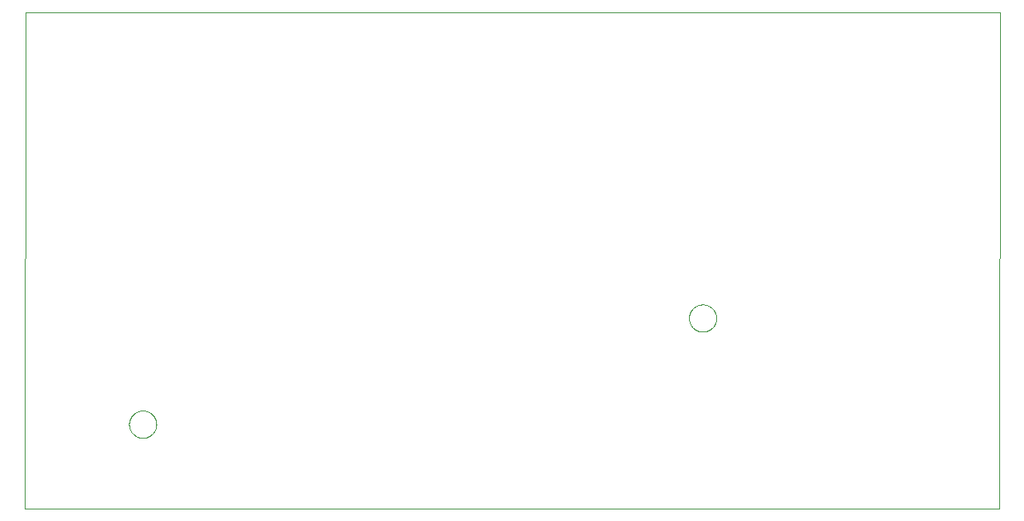
<source format=gko>
G75*
%MOIN*%
%OFA0B0*%
%FSLAX25Y25*%
%IPPOS*%
%LPD*%
%AMOC8*
5,1,8,0,0,1.08239X$1,22.5*
%
%ADD10C,0.00000*%
D10*
X0001000Y0021728D02*
X0001400Y0222489D01*
X0395101Y0222489D01*
X0394701Y0021728D01*
X0001000Y0021728D01*
X0043288Y0055828D02*
X0043290Y0055976D01*
X0043296Y0056124D01*
X0043306Y0056272D01*
X0043320Y0056419D01*
X0043338Y0056566D01*
X0043359Y0056712D01*
X0043385Y0056858D01*
X0043415Y0057003D01*
X0043448Y0057147D01*
X0043486Y0057290D01*
X0043527Y0057432D01*
X0043572Y0057573D01*
X0043620Y0057713D01*
X0043673Y0057852D01*
X0043729Y0057989D01*
X0043789Y0058124D01*
X0043852Y0058258D01*
X0043919Y0058390D01*
X0043990Y0058520D01*
X0044064Y0058648D01*
X0044141Y0058774D01*
X0044222Y0058898D01*
X0044306Y0059020D01*
X0044393Y0059139D01*
X0044484Y0059256D01*
X0044578Y0059371D01*
X0044674Y0059483D01*
X0044774Y0059593D01*
X0044876Y0059699D01*
X0044982Y0059803D01*
X0045090Y0059904D01*
X0045201Y0060002D01*
X0045314Y0060098D01*
X0045430Y0060190D01*
X0045548Y0060279D01*
X0045669Y0060364D01*
X0045792Y0060447D01*
X0045917Y0060526D01*
X0046044Y0060602D01*
X0046173Y0060674D01*
X0046304Y0060743D01*
X0046437Y0060808D01*
X0046572Y0060869D01*
X0046708Y0060927D01*
X0046845Y0060982D01*
X0046984Y0061032D01*
X0047125Y0061079D01*
X0047266Y0061122D01*
X0047409Y0061162D01*
X0047553Y0061197D01*
X0047697Y0061229D01*
X0047843Y0061256D01*
X0047989Y0061280D01*
X0048136Y0061300D01*
X0048283Y0061316D01*
X0048430Y0061328D01*
X0048578Y0061336D01*
X0048726Y0061340D01*
X0048874Y0061340D01*
X0049022Y0061336D01*
X0049170Y0061328D01*
X0049317Y0061316D01*
X0049464Y0061300D01*
X0049611Y0061280D01*
X0049757Y0061256D01*
X0049903Y0061229D01*
X0050047Y0061197D01*
X0050191Y0061162D01*
X0050334Y0061122D01*
X0050475Y0061079D01*
X0050616Y0061032D01*
X0050755Y0060982D01*
X0050892Y0060927D01*
X0051028Y0060869D01*
X0051163Y0060808D01*
X0051296Y0060743D01*
X0051427Y0060674D01*
X0051556Y0060602D01*
X0051683Y0060526D01*
X0051808Y0060447D01*
X0051931Y0060364D01*
X0052052Y0060279D01*
X0052170Y0060190D01*
X0052286Y0060098D01*
X0052399Y0060002D01*
X0052510Y0059904D01*
X0052618Y0059803D01*
X0052724Y0059699D01*
X0052826Y0059593D01*
X0052926Y0059483D01*
X0053022Y0059371D01*
X0053116Y0059256D01*
X0053207Y0059139D01*
X0053294Y0059020D01*
X0053378Y0058898D01*
X0053459Y0058774D01*
X0053536Y0058648D01*
X0053610Y0058520D01*
X0053681Y0058390D01*
X0053748Y0058258D01*
X0053811Y0058124D01*
X0053871Y0057989D01*
X0053927Y0057852D01*
X0053980Y0057713D01*
X0054028Y0057573D01*
X0054073Y0057432D01*
X0054114Y0057290D01*
X0054152Y0057147D01*
X0054185Y0057003D01*
X0054215Y0056858D01*
X0054241Y0056712D01*
X0054262Y0056566D01*
X0054280Y0056419D01*
X0054294Y0056272D01*
X0054304Y0056124D01*
X0054310Y0055976D01*
X0054312Y0055828D01*
X0054310Y0055680D01*
X0054304Y0055532D01*
X0054294Y0055384D01*
X0054280Y0055237D01*
X0054262Y0055090D01*
X0054241Y0054944D01*
X0054215Y0054798D01*
X0054185Y0054653D01*
X0054152Y0054509D01*
X0054114Y0054366D01*
X0054073Y0054224D01*
X0054028Y0054083D01*
X0053980Y0053943D01*
X0053927Y0053804D01*
X0053871Y0053667D01*
X0053811Y0053532D01*
X0053748Y0053398D01*
X0053681Y0053266D01*
X0053610Y0053136D01*
X0053536Y0053008D01*
X0053459Y0052882D01*
X0053378Y0052758D01*
X0053294Y0052636D01*
X0053207Y0052517D01*
X0053116Y0052400D01*
X0053022Y0052285D01*
X0052926Y0052173D01*
X0052826Y0052063D01*
X0052724Y0051957D01*
X0052618Y0051853D01*
X0052510Y0051752D01*
X0052399Y0051654D01*
X0052286Y0051558D01*
X0052170Y0051466D01*
X0052052Y0051377D01*
X0051931Y0051292D01*
X0051808Y0051209D01*
X0051683Y0051130D01*
X0051556Y0051054D01*
X0051427Y0050982D01*
X0051296Y0050913D01*
X0051163Y0050848D01*
X0051028Y0050787D01*
X0050892Y0050729D01*
X0050755Y0050674D01*
X0050616Y0050624D01*
X0050475Y0050577D01*
X0050334Y0050534D01*
X0050191Y0050494D01*
X0050047Y0050459D01*
X0049903Y0050427D01*
X0049757Y0050400D01*
X0049611Y0050376D01*
X0049464Y0050356D01*
X0049317Y0050340D01*
X0049170Y0050328D01*
X0049022Y0050320D01*
X0048874Y0050316D01*
X0048726Y0050316D01*
X0048578Y0050320D01*
X0048430Y0050328D01*
X0048283Y0050340D01*
X0048136Y0050356D01*
X0047989Y0050376D01*
X0047843Y0050400D01*
X0047697Y0050427D01*
X0047553Y0050459D01*
X0047409Y0050494D01*
X0047266Y0050534D01*
X0047125Y0050577D01*
X0046984Y0050624D01*
X0046845Y0050674D01*
X0046708Y0050729D01*
X0046572Y0050787D01*
X0046437Y0050848D01*
X0046304Y0050913D01*
X0046173Y0050982D01*
X0046044Y0051054D01*
X0045917Y0051130D01*
X0045792Y0051209D01*
X0045669Y0051292D01*
X0045548Y0051377D01*
X0045430Y0051466D01*
X0045314Y0051558D01*
X0045201Y0051654D01*
X0045090Y0051752D01*
X0044982Y0051853D01*
X0044876Y0051957D01*
X0044774Y0052063D01*
X0044674Y0052173D01*
X0044578Y0052285D01*
X0044484Y0052400D01*
X0044393Y0052517D01*
X0044306Y0052636D01*
X0044222Y0052758D01*
X0044141Y0052882D01*
X0044064Y0053008D01*
X0043990Y0053136D01*
X0043919Y0053266D01*
X0043852Y0053398D01*
X0043789Y0053532D01*
X0043729Y0053667D01*
X0043673Y0053804D01*
X0043620Y0053943D01*
X0043572Y0054083D01*
X0043527Y0054224D01*
X0043486Y0054366D01*
X0043448Y0054509D01*
X0043415Y0054653D01*
X0043385Y0054798D01*
X0043359Y0054944D01*
X0043338Y0055090D01*
X0043320Y0055237D01*
X0043306Y0055384D01*
X0043296Y0055532D01*
X0043290Y0055680D01*
X0043288Y0055828D01*
X0269488Y0098728D02*
X0269490Y0098876D01*
X0269496Y0099024D01*
X0269506Y0099172D01*
X0269520Y0099319D01*
X0269538Y0099466D01*
X0269559Y0099612D01*
X0269585Y0099758D01*
X0269615Y0099903D01*
X0269648Y0100047D01*
X0269686Y0100190D01*
X0269727Y0100332D01*
X0269772Y0100473D01*
X0269820Y0100613D01*
X0269873Y0100752D01*
X0269929Y0100889D01*
X0269989Y0101024D01*
X0270052Y0101158D01*
X0270119Y0101290D01*
X0270190Y0101420D01*
X0270264Y0101548D01*
X0270341Y0101674D01*
X0270422Y0101798D01*
X0270506Y0101920D01*
X0270593Y0102039D01*
X0270684Y0102156D01*
X0270778Y0102271D01*
X0270874Y0102383D01*
X0270974Y0102493D01*
X0271076Y0102599D01*
X0271182Y0102703D01*
X0271290Y0102804D01*
X0271401Y0102902D01*
X0271514Y0102998D01*
X0271630Y0103090D01*
X0271748Y0103179D01*
X0271869Y0103264D01*
X0271992Y0103347D01*
X0272117Y0103426D01*
X0272244Y0103502D01*
X0272373Y0103574D01*
X0272504Y0103643D01*
X0272637Y0103708D01*
X0272772Y0103769D01*
X0272908Y0103827D01*
X0273045Y0103882D01*
X0273184Y0103932D01*
X0273325Y0103979D01*
X0273466Y0104022D01*
X0273609Y0104062D01*
X0273753Y0104097D01*
X0273897Y0104129D01*
X0274043Y0104156D01*
X0274189Y0104180D01*
X0274336Y0104200D01*
X0274483Y0104216D01*
X0274630Y0104228D01*
X0274778Y0104236D01*
X0274926Y0104240D01*
X0275074Y0104240D01*
X0275222Y0104236D01*
X0275370Y0104228D01*
X0275517Y0104216D01*
X0275664Y0104200D01*
X0275811Y0104180D01*
X0275957Y0104156D01*
X0276103Y0104129D01*
X0276247Y0104097D01*
X0276391Y0104062D01*
X0276534Y0104022D01*
X0276675Y0103979D01*
X0276816Y0103932D01*
X0276955Y0103882D01*
X0277092Y0103827D01*
X0277228Y0103769D01*
X0277363Y0103708D01*
X0277496Y0103643D01*
X0277627Y0103574D01*
X0277756Y0103502D01*
X0277883Y0103426D01*
X0278008Y0103347D01*
X0278131Y0103264D01*
X0278252Y0103179D01*
X0278370Y0103090D01*
X0278486Y0102998D01*
X0278599Y0102902D01*
X0278710Y0102804D01*
X0278818Y0102703D01*
X0278924Y0102599D01*
X0279026Y0102493D01*
X0279126Y0102383D01*
X0279222Y0102271D01*
X0279316Y0102156D01*
X0279407Y0102039D01*
X0279494Y0101920D01*
X0279578Y0101798D01*
X0279659Y0101674D01*
X0279736Y0101548D01*
X0279810Y0101420D01*
X0279881Y0101290D01*
X0279948Y0101158D01*
X0280011Y0101024D01*
X0280071Y0100889D01*
X0280127Y0100752D01*
X0280180Y0100613D01*
X0280228Y0100473D01*
X0280273Y0100332D01*
X0280314Y0100190D01*
X0280352Y0100047D01*
X0280385Y0099903D01*
X0280415Y0099758D01*
X0280441Y0099612D01*
X0280462Y0099466D01*
X0280480Y0099319D01*
X0280494Y0099172D01*
X0280504Y0099024D01*
X0280510Y0098876D01*
X0280512Y0098728D01*
X0280510Y0098580D01*
X0280504Y0098432D01*
X0280494Y0098284D01*
X0280480Y0098137D01*
X0280462Y0097990D01*
X0280441Y0097844D01*
X0280415Y0097698D01*
X0280385Y0097553D01*
X0280352Y0097409D01*
X0280314Y0097266D01*
X0280273Y0097124D01*
X0280228Y0096983D01*
X0280180Y0096843D01*
X0280127Y0096704D01*
X0280071Y0096567D01*
X0280011Y0096432D01*
X0279948Y0096298D01*
X0279881Y0096166D01*
X0279810Y0096036D01*
X0279736Y0095908D01*
X0279659Y0095782D01*
X0279578Y0095658D01*
X0279494Y0095536D01*
X0279407Y0095417D01*
X0279316Y0095300D01*
X0279222Y0095185D01*
X0279126Y0095073D01*
X0279026Y0094963D01*
X0278924Y0094857D01*
X0278818Y0094753D01*
X0278710Y0094652D01*
X0278599Y0094554D01*
X0278486Y0094458D01*
X0278370Y0094366D01*
X0278252Y0094277D01*
X0278131Y0094192D01*
X0278008Y0094109D01*
X0277883Y0094030D01*
X0277756Y0093954D01*
X0277627Y0093882D01*
X0277496Y0093813D01*
X0277363Y0093748D01*
X0277228Y0093687D01*
X0277092Y0093629D01*
X0276955Y0093574D01*
X0276816Y0093524D01*
X0276675Y0093477D01*
X0276534Y0093434D01*
X0276391Y0093394D01*
X0276247Y0093359D01*
X0276103Y0093327D01*
X0275957Y0093300D01*
X0275811Y0093276D01*
X0275664Y0093256D01*
X0275517Y0093240D01*
X0275370Y0093228D01*
X0275222Y0093220D01*
X0275074Y0093216D01*
X0274926Y0093216D01*
X0274778Y0093220D01*
X0274630Y0093228D01*
X0274483Y0093240D01*
X0274336Y0093256D01*
X0274189Y0093276D01*
X0274043Y0093300D01*
X0273897Y0093327D01*
X0273753Y0093359D01*
X0273609Y0093394D01*
X0273466Y0093434D01*
X0273325Y0093477D01*
X0273184Y0093524D01*
X0273045Y0093574D01*
X0272908Y0093629D01*
X0272772Y0093687D01*
X0272637Y0093748D01*
X0272504Y0093813D01*
X0272373Y0093882D01*
X0272244Y0093954D01*
X0272117Y0094030D01*
X0271992Y0094109D01*
X0271869Y0094192D01*
X0271748Y0094277D01*
X0271630Y0094366D01*
X0271514Y0094458D01*
X0271401Y0094554D01*
X0271290Y0094652D01*
X0271182Y0094753D01*
X0271076Y0094857D01*
X0270974Y0094963D01*
X0270874Y0095073D01*
X0270778Y0095185D01*
X0270684Y0095300D01*
X0270593Y0095417D01*
X0270506Y0095536D01*
X0270422Y0095658D01*
X0270341Y0095782D01*
X0270264Y0095908D01*
X0270190Y0096036D01*
X0270119Y0096166D01*
X0270052Y0096298D01*
X0269989Y0096432D01*
X0269929Y0096567D01*
X0269873Y0096704D01*
X0269820Y0096843D01*
X0269772Y0096983D01*
X0269727Y0097124D01*
X0269686Y0097266D01*
X0269648Y0097409D01*
X0269615Y0097553D01*
X0269585Y0097698D01*
X0269559Y0097844D01*
X0269538Y0097990D01*
X0269520Y0098137D01*
X0269506Y0098284D01*
X0269496Y0098432D01*
X0269490Y0098580D01*
X0269488Y0098728D01*
M02*

</source>
